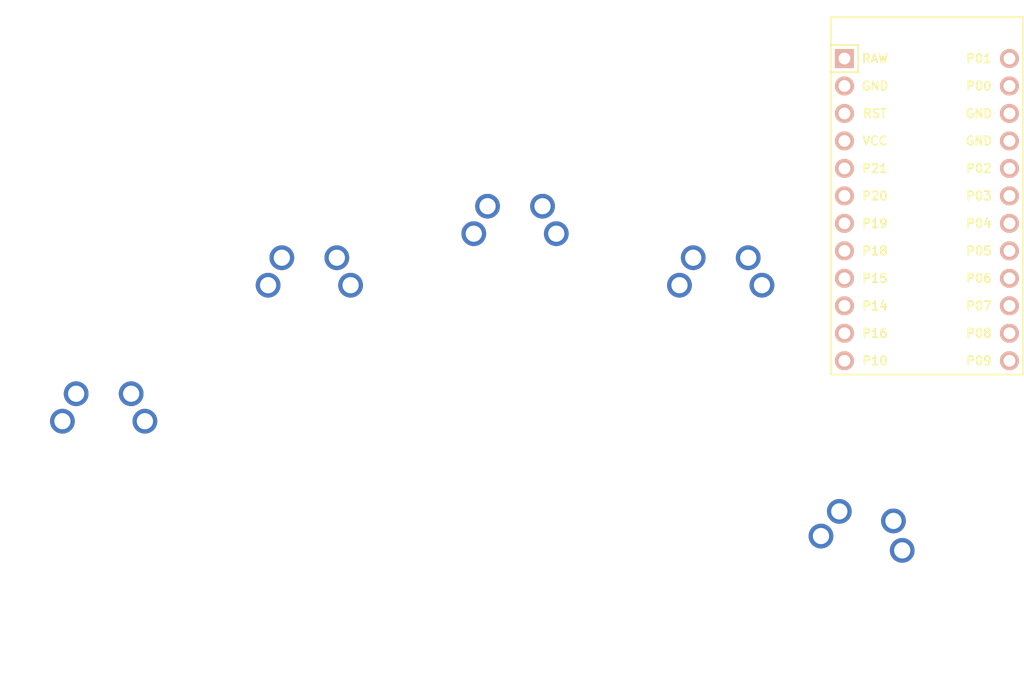
<source format=kicad_pcb>
(kicad_pcb (version 20221018) (generator pcbnew)
  (layers (0 "F.Cu" signal) (31 "B.Cu" signal) (34 "B.Paste" user) (35 "F.Paste" user) (36 "B.SilkS" user "B.Silkscreen") (37 "F.SilkS" user "F.Silkscreen") (38 "B.Mask" user) (39 "F.Mask" user) (44 "Edge.Cuts" user))
  (net 0 "")
  (net 1 "GND")
  (net 2 "matrix_pinky_bottom")
  (net 3 "matrix_ring_bottom")
  (net 4 "matrix_middle_bottom")
  (net 5 "matrix_index_bottom")
  (net 6 "thumb_tucky")
  (net 7 "RAW")
  (net 8 "RST")
  (net 9 "VCC")
  (net 10 "P21")
  (net 11 "P20")
  (net 12 "P19")
  (net 13 "P18")
  (net 14 "P15")
  (net 15 "P14")
  (net 16 "P16")
  (net 17 "P10")
  (net 18 "P0")
  (net 19 "matrix_inner_bottom")
  (net 20 "P7")
  (net 21 "P8")
  (net 22 "P9")
  (footprint "MX" (layer "F.Cu") (at 84.94 43.307)
    (fp_text reference "S4" hide)
    (fp_text value "" hide)
    (pad "" np_thru_hole circle (at -5.08 0) (size 1.7018 1.7018) (drill 1.7018) (layers "F&B.Cu" "*.Mask"))
    (pad "" np_thru_hole circle (at 0 0) (size 3.9878 3.9878) (drill 3.9878) (layers "F&B.Cu" "*.Mask"))
    (pad "" np_thru_hole circle (at 5.08 0) (size 1.7018 1.7018) (drill 1.7018) (layers "F&B.Cu" "*.Mask"))
    (pad "1" thru_hole circle (at -2.54 -5.08) (size 2.286 2.286) (drill 1.4986) (layers "*.Cu" "*.Mask") (net 1 "GND"))
    (pad "1" thru_hole circle (at 2.54 -5.08) (size 2.286 2.286) (drill 1.4986) (layers "*.Cu" "*.Mask") (net 1 "GND"))
    (pad "2" thru_hole circle (at -3.81 -2.54) (size 2.286 2.286) (drill 1.4986) (layers "*.Cu" "*.Mask") (net 5 "matrix_index_bottom"))
    (pad "2" thru_hole circle (at 3.81 -2.54) (size 2.286 2.286) (drill 1.4986) (layers "*.Cu" "*.Mask") (net 5 "matrix_index_bottom"))
  )
  (footprint "MX" (layer "F.Cu") (at 27.94 55.88)
    (fp_text reference "S1" hide)
    (fp_text value "" hide)
    (pad "" np_thru_hole circle (at -5.08 0) (size 1.7018 1.7018) (drill 1.7018) (layers "F&B.Cu" "*.Mask"))
    (pad "" np_thru_hole circle (at 0 0) (size 3.9878 3.9878) (drill 3.9878) (layers "F&B.Cu" "*.Mask"))
    (pad "" np_thru_hole circle (at 5.08 0) (size 1.7018 1.7018) (drill 1.7018) (layers "F&B.Cu" "*.Mask"))
    (pad "1" thru_hole circle (at -2.54 -5.08) (size 2.286 2.286) (drill 1.4986) (layers "*.Cu" "*.Mask") (net 1 "GND"))
    (pad "1" thru_hole circle (at 2.54 -5.08) (size 2.286 2.286) (drill 1.4986) (layers "*.Cu" "*.Mask") (net 1 "GND"))
    (pad "2" thru_hole circle (at -3.81 -2.54) (size 2.286 2.286) (drill 1.4986) (layers "*.Cu" "*.Mask") (net 2 "matrix_pinky_bottom"))
    (pad "2" thru_hole circle (at 3.81 -2.54) (size 2.286 2.286) (drill 1.4986) (layers "*.Cu" "*.Mask") (net 2 "matrix_pinky_bottom"))
  )
  (footprint "MX" (layer "F.Cu") (at 46.94 43.307)
    (fp_text reference "S2" hide)
    (fp_text value "" hide)
    (pad "" np_thru_hole circle (at -5.08 0) (size 1.7018 1.7018) (drill 1.7018) (layers "F&B.Cu" "*.Mask"))
    (pad "" np_thru_hole circle (at 0 0) (size 3.9878 3.9878) (drill 3.9878) (layers "F&B.Cu" "*.Mask"))
    (pad "" np_thru_hole circle (at 5.08 0) (size 1.7018 1.7018) (drill 1.7018) (layers "F&B.Cu" "*.Mask"))
    (pad "1" thru_hole circle (at -2.54 -5.08) (size 2.286 2.286) (drill 1.4986) (layers "*.Cu" "*.Mask") (net 1 "GND"))
    (pad "1" thru_hole circle (at 2.54 -5.08) (size 2.286 2.286) (drill 1.4986) (layers "*.Cu" "*.Mask") (net 1 "GND"))
    (pad "2" thru_hole circle (at -3.81 -2.54) (size 2.286 2.286) (drill 1.4986) (layers "*.Cu" "*.Mask") (net 3 "matrix_ring_bottom"))
    (pad "2" thru_hole circle (at 3.81 -2.54) (size 2.286 2.286) (drill 1.4986) (layers "*.Cu" "*.Mask") (net 3 "matrix_ring_bottom"))
  )
  (footprint "MX" (layer "F.Cu") (at 65.94 38.5445)
    (fp_text reference "S3" hide)
    (fp_text value "" hide)
    (pad "" np_thru_hole circle (at -5.08 0) (size 1.7018 1.7018) (drill 1.7018) (layers "F&B.Cu" "*.Mask"))
    (pad "" np_thru_hole circle (at 0 0) (size 3.9878 3.9878) (drill 3.9878) (layers "F&B.Cu" "*.Mask"))
    (pad "" np_thru_hole circle (at 5.08 0) (size 1.7018 1.7018) (drill 1.7018) (layers "F&B.Cu" "*.Mask"))
    (pad "1" thru_hole circle (at -2.54 -5.08) (size 2.286 2.286) (drill 1.4986) (layers "*.Cu" "*.Mask") (net 1 "GND"))
    (pad "1" thru_hole circle (at 2.54 -5.08) (size 2.286 2.286) (drill 1.4986) (layers "*.Cu" "*.Mask") (net 1 "GND"))
    (pad "2" thru_hole circle (at -3.81 -2.54) (size 2.286 2.286) (drill 1.4986) (layers "*.Cu" "*.Mask") (net 4 "matrix_middle_bottom"))
    (pad "2" thru_hole circle (at 3.81 -2.54) (size 2.286 2.286) (drill 1.4986) (layers "*.Cu" "*.Mask") (net 4 "matrix_middle_bottom"))
  )
  (footprint "MX" (layer "F.Cu") (at 97.513 67.1195 -10)
    (fp_text reference "S5" hide)
    (fp_text value "" hide)
    (pad "" np_thru_hole circle (at -5.08 0) (size 1.7018 1.7018) (drill 1.7018) (layers "F&B.Cu" "*.Mask"))
    (pad "" np_thru_hole circle (at 0 0) (size 3.9878 3.9878) (drill 3.9878) (layers "F&B.Cu" "*.Mask"))
    (pad "" np_thru_hole circle (at 5.08 0) (size 1.7018 1.7018) (drill 1.7018) (layers "F&B.Cu" "*.Mask"))
    (pad "1" thru_hole circle (at -2.54 -5.08) (size 2.286 2.286) (drill 1.4986) (layers "*.Cu" "*.Mask") (net 1 "GND"))
    (pad "1" thru_hole circle (at 2.54 -5.08) (size 2.286 2.286) (drill 1.4986) (layers "*.Cu" "*.Mask") (net 1 "GND"))
    (pad "2" thru_hole circle (at -3.81 -2.54) (size 2.286 2.286) (drill 1.4986) (layers "*.Cu" "*.Mask") (net 6 "thumb_tucky"))
    (pad "2" thru_hole circle (at 3.81 -2.54) (size 2.286 2.286) (drill 1.4986) (layers "*.Cu" "*.Mask") (net 6 "thumb_tucky"))
  )
  (footprint "ProMicro" (layer "F.Cu") (at 103.99 33.782 -90)
    (fp_text reference "MCU1" hide)
    (fp_text value "" hide)
    (fp_text user "P07" (at 8.89 -4.8) (layer "F.SilkS") (effects (font (size 0.8 0.8))))
    (fp_text user "P20" (at -1.27 4.8) (layer "F.SilkS") (effects (font (size 0.8 0.8))))
    (fp_text user "P21" (at -3.81 4.8) (layer "F.SilkS") (effects (font (size 0.8 0.8))))
    (fp_text user "P14" (at 8.89 4.8) (layer "F.SilkS") (effects (font (size 0.8 0.8))))
    (fp_text user "P02" (at -3.81 -4.8) (layer "F.SilkS") (effects (font (size 0.8 0.8))))
    (fp_text user "P16" (at 11.43 4.8) (layer "F.SilkS") (effects (font (size 0.8 0.8))))
    (fp_text user "P06" (at 6.35 -4.8) (layer "F.SilkS") (effects (font (size 0.8 0.8))))
    (fp_text user "RAW" (at -13.97 4.8) (layer "F.SilkS") (effects (font (size 0.8 0.8))))
    (fp_text user "GND" (at -6.35 -4.8) (layer "F.SilkS") (effects (font (size 0.8 0.8))))
    (fp_text user "P19" (at 1.27 4.8) (layer "F.SilkS") (effects (font (size 0.8 0.8))))
    (fp_text user "P15" (at 6.35 4.8) (layer "F.SilkS") (effects (font (size 0.8 0.8))))
    (fp_text user "GND" (at -11.43 4.8) (layer "F.SilkS") (effects (font (size 0.8 0.8))))
    (fp_text user "RST" (at -8.89 4.8) (layer "F.SilkS") (effects (font (size 0.8 0.8))))
    (fp_text user "P08" (at 11.43 -4.8) (layer "F.SilkS") (effects (font (size 0.8 0.8))))
    (fp_text user "VCC" (at -6.35 4.8) (layer "F.SilkS") (effects (font (size 0.8 0.8))))
    (fp_text user "P00" (at -11.43 -4.8) (layer "F.SilkS") (effects (font (size 0.8 0.8))))
    (fp_text user "GND" (at -8.89 -4.8) (layer "F.SilkS") (effects (font (size 0.8 0.8))))
    (fp_text user "P03" (at -1.27 -4.8) (layer "F.SilkS") (effects (font (size 0.8 0.8))))
    (fp_text user "P09" (at 13.97 -4.8) (layer "F.SilkS") (effects (font (size 0.8 0.8))))
    (fp_text user "P05" (at 3.81 -4.8) (layer "F.SilkS") (effects (font (size 0.8 0.8))))
    (fp_text user "P04" (at 1.27 -4.8) (layer "F.SilkS") (effects (font (size 0.8 0.8))))
    (fp_text user "P18" (at 3.81 4.8) (layer "F.SilkS") (effects (font (size 0.8 0.8))))
    (fp_text user "P10" (at 13.97 4.8) (layer "F.SilkS") (effects (font (size 0.8 0.8))))
    (fp_text user "P01" (at -13.97 -4.8) (layer "F.SilkS") (effects (font (size 0.8 0.8))))
    (fp_line (start -17.78 -8.89) (end -17.78 8.89) (stroke (width 0.15)) (layer "F.SilkS"))
    (fp_line (start -17.78 8.89) (end 15.24 8.89) (stroke (width 0.15)) (layer "F.SilkS"))
    (fp_line (start -15.24 6.35) (end -15.24 8.89) (stroke (width 0.15)) (layer "F.SilkS"))
    (fp_line (start -15.24 6.35) (end -12.7 6.35) (stroke (width 0.15)) (layer "F.SilkS"))
    (fp_line (start -12.7 6.35) (end -12.7 8.89) (stroke (width 0.15)) (layer "F.SilkS"))
    (fp_line (start 15.24 -8.89) (end -17.78 -8.89) (stroke (width 0.15)) (layer "F.SilkS"))
    (fp_line (start 15.24 8.89) (end 15.24 -8.89) (stroke (width 0.15)) (layer "F.SilkS"))
    (pad "1" thru_hole rect (at -13.97 7.62 270) (size 1.7526 1.7526) (drill 1.0922) (layers "*.Cu" "*.SilkS" "*.Mask") (net 7 "RAW"))
    (pad "2" thru_hole circle (at -11.43 7.62) (size 1.7526 1.7526) (drill 1.0922) (layers "*.Cu" "*.SilkS" "*.Mask") (net 1 "GND"))
    (pad "3" thru_hole circle (at -8.89 7.62) (size 1.7526 1.7526) (drill 1.0922) (layers "*.Cu" "*.SilkS" "*.Mask") (net 8 "RST"))
    (pad "4" thru_hole circle (at -6.35 7.62) (size 1.7526 1.7526) (drill 1.0922) (layers "*.Cu" "*.SilkS" "*.Mask") (net 9 "VCC"))
    (pad "5" thru_hole circle (at -3.81 7.62) (size 1.7526 1.7526) (drill 1.0922) (layers "*.Cu" "*.SilkS" "*.Mask") (net 10 "P21"))
    (pad "6" thru_hole circle (at -1.27 7.62) (size 1.7526 1.7526) (drill 1.0922) (layers "*.Cu" "*.SilkS" "*.Mask") (net 11 "P20"))
    (pad "7" thru_hole circle (at 1.27 7.62) (size 1.7526 1.7526) (drill 1.0922) (layers "*.Cu" "*.SilkS" "*.Mask") (net 12 "P19"))
    (pad "8" thru_hole circle (at 3.81 7.62) (size 1.7526 1.7526) (drill 1.0922) (layers "*.Cu" "*.SilkS" "*.Mask") (net 13 "P18"))
    (pad "9" thru_hole circle (at 6.35 7.62) (size 1.7526 1.7526) (drill 1.0922) (layers "*.Cu" "*.SilkS" "*.Mask") (net 14 "P15"))
    (pad "10" thru_hole circle (at 8.89 7.62) (size 1.7526 1.7526) (drill 1.0922) (layers "*.Cu" "*.SilkS" "*.Mask") (net 15 "P14"))
    (pad "11" thru_hole circle (at 11.43 7.62) (size 1.7526 1.7526) (drill 1.0922) (layers "*.Cu" "*.SilkS" "*.Mask") (net 16 "P16"))
    (pad "12" thru_hole circle (at 13.97 7.62) (size 1.7526 1.7526) (drill 1.0922) (layers "*.Cu" "*.SilkS" "*.Mask") (net 17 "P10"))
    (pad "13" thru_hole circle (at -13.97 -7.62) (size 1.7526 1.7526) (drill 1.0922) (layers "*.Cu" "*.SilkS" "*.Mask") (net 2 "matrix_pinky_bottom"))
    (pad "14" thru_hole circle (at -11.43 -7.62) (size 1.7526 1.7526) (drill 1.0922) (layers "*.Cu" "*.SilkS" "*.Mask") (net 18 "P0"))
    (pad "15" thru_hole circle (at -8.89 -7.62) (size 1.7526 1.7526) (drill 1.0922) (layers "*.Cu" "*.SilkS" "*.Mask") (net 1 "GND"))
    (pad "16" thru_hole circle (at -6.35 -7.62) (size 1.7526 1.7526) (drill 1.0922) (layers "*.Cu" "*.SilkS" "*.Mask") (net 1 "GND"))
    (pad "17" thru_hole circle (at -3.81 -7.62) (size 1.7526 1.7526) (drill 1.0922) (layers "*.Cu" "*.SilkS" "*.Mask") (net 3 "matrix_ring_bottom"))
    (pad "18" thru_hole circle (at -1.27 -7.62) (size 1.7526 1.7526) (drill 1.0922) (layers "*.Cu" "*.SilkS" "*.Mask") (net 4 "matrix_middle_bottom"))
    (pad "19" thru_hole circle (at 1.27 -7.62) (size 1.7526 1.7526) (drill 1.0922) (layers "*.Cu" "*.SilkS" "*.Mask") (net 5 "matrix_index_bottom"))
    (pad "20" thru_hole circle (at 3.81 -7.62) (size 1.7526 1.7526) (drill 1.0922) (layers "*.Cu" "*.SilkS" "*.Mask") (net 19 "matrix_inner_bottom"))
    (pad "21" thru_hole circle (at 6.35 -7.62) (size 1.7526 1.7526) (drill 1.0922) (layers "*.Cu" "*.SilkS" "*.Mask") (net 6 "thumb_tucky"))
    (pad "22" thru_hole circle (at 8.89 -7.62) (size 1.7526 1.7526) (drill 1.0922) (layers "*.Cu" "*.SilkS" "*.Mask") (net 20 "P7"))
    (pad "23" thru_hole circle (at 11.43 -7.62) (size 1.7526 1.7526) (drill 1.0922) (layers "*.Cu" "*.SilkS" "*.Mask") (net 21 "P8"))
    (pad "24" thru_hole circle (at 13.97 -7.62) (size 1.7526 1.7526) (drill 1.0922) (layers "*.Cu" "*.SilkS" "*.Mask") (net 22 "P9"))
  )
)
</source>
